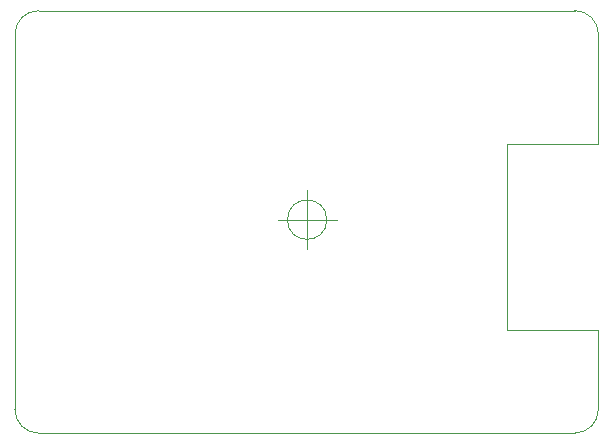
<source format=gm1>
%TF.GenerationSoftware,KiCad,Pcbnew,(6.0.1)*%
%TF.CreationDate,2022-11-28T18:30:33+03:00*%
%TF.ProjectId,WS2812Controller,57533238-3132-4436-9f6e-74726f6c6c65,0.6*%
%TF.SameCoordinates,PX81390e0PY53ec600*%
%TF.FileFunction,Profile,NP*%
%FSLAX46Y46*%
G04 Gerber Fmt 4.6, Leading zero omitted, Abs format (unit mm)*
G04 Created by KiCad (PCBNEW (6.0.1)) date 2022-11-28 18:30:33*
%MOMM*%
%LPD*%
G01*
G04 APERTURE LIST*
%TA.AperFunction,Profile*%
%ADD10C,0.050000*%
%TD*%
G04 APERTURE END LIST*
D10*
X1666666Y0D02*
G75*
G03*
X1666666Y0I-1666666J0D01*
G01*
X-2500000Y0D02*
X2500000Y0D01*
X0Y2500000D02*
X0Y-2500000D01*
X-24740760Y-16070280D02*
G75*
G03*
X-22740760Y-18070280I1999999J-1D01*
G01*
X22660000Y-18070280D02*
G75*
G03*
X24660000Y-16070280I1J1999999D01*
G01*
X24660000Y15702960D02*
G75*
G03*
X22660000Y17702960I-1999999J1D01*
G01*
X16948260Y6371480D02*
X16948260Y-9313020D01*
X24660000Y6371480D02*
X24660000Y15702960D01*
X22660000Y17702960D02*
X-22740760Y17702960D01*
X24660000Y-16070280D02*
X24660000Y-9314055D01*
X-24740760Y15702960D02*
X-24740760Y-16070280D01*
X16948260Y-9313020D02*
X24660000Y-9314055D01*
X-22740760Y-18070280D02*
X22660000Y-18070280D01*
X24660000Y6371480D02*
X16948260Y6371480D01*
X-22740760Y17702960D02*
G75*
G03*
X-24740760Y15702960I-1J-1999999D01*
G01*
M02*

</source>
